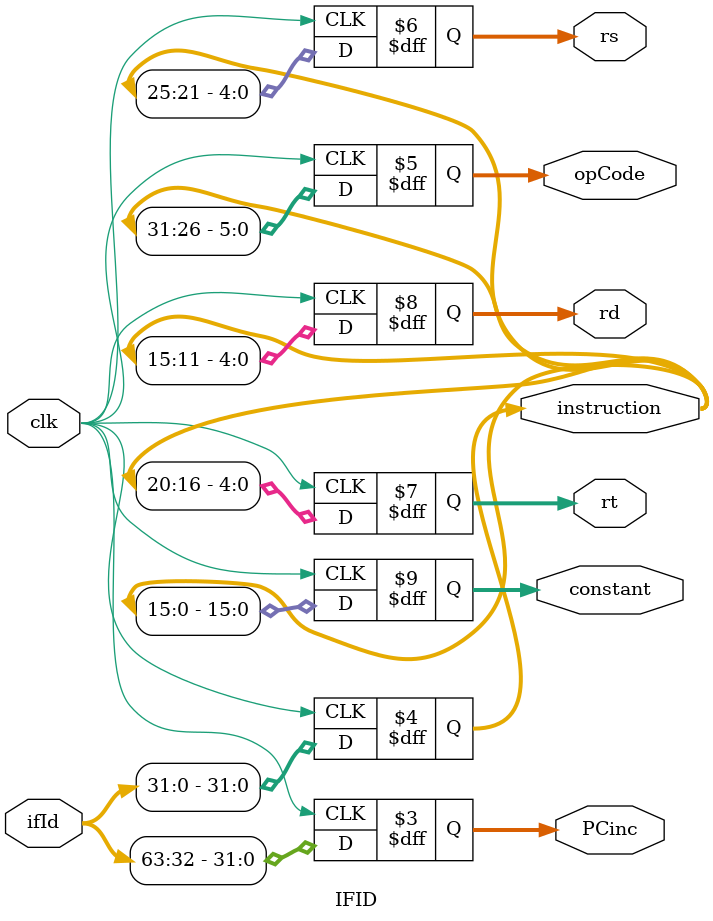
<source format=v>
module IFID (output reg [31:0] PCinc 
, output reg [31:0] instruction
,input [63:0] ifId,input clk,output reg[5:0]opCode,
output reg [4:0] rs,rt,rd,output reg [15:0] constant);

initial 
begin
PCinc=32'd0;
instruction=32'd0;
rs=5'd0;
rt=5'd0;
rd=5'd0;
constant=16'd0;
end


always @(posedge clk)
begin
PCinc <= ifId[63:32];
instruction <= ifId[31:0];
opCode <=instruction[31:26];
 rs <=instruction[25:21];
 rt <=instruction[20:16];
 rd <=instruction[15:11];
 constant <=instruction[15:0];
 end
endmodule
</source>
